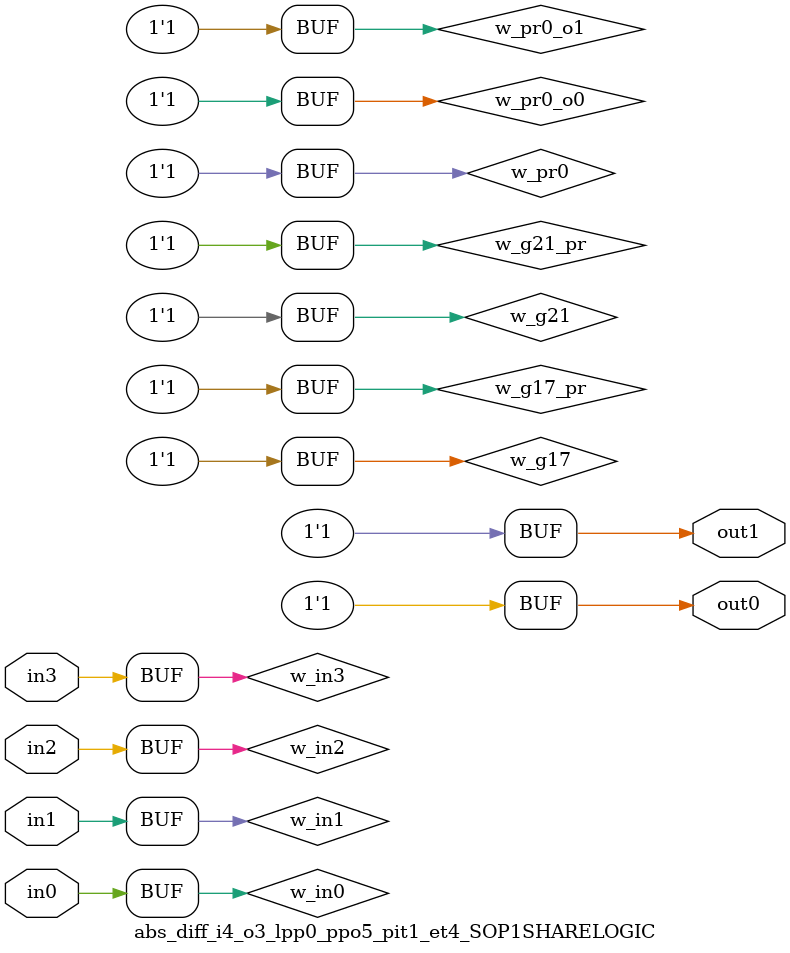
<source format=v>
module abs_diff_i4_o3_lpp0_ppo5_pit1_et4_SOP1SHARELOGIC (in0, in1, in2, in3, out0, out1);
// declaring inputs
input in0,  in1,  in2,  in3;
// declaring outputs
output out0,  out1;
// JSON model input
wire w_in3, w_in2, w_in1, w_in0;
// JSON model output
wire w_g17, w_g21;
//json model
wire w_g17_pr, w_g21_pr, w_pr0_o0, w_pr0_o1, w_pr0;
// JSON model input assign
assign w_in3 = in3;
assign w_in2 = in2;
assign w_in1 = in1;
assign w_in0 = in0;

//json model assigns (approximated Shared/XPAT part)
//assign literals to products
assign w_pr0 = 1;
//if a product has literals and if the product is being "activated" for that output
assign w_pr0_o0 = w_pr0 & 1;
assign w_pr0_o1 = w_pr0 & 1;
//compose an output with corresponding products (OR)
assign w_g17 = w_pr0_o0;
assign w_g21 = w_pr0_o1;
//if an output has products and if it is part of the JSON model
assign w_g17_pr = w_g17 & 1;
assign w_g21_pr = w_g21 & 1;
// output assigns
assign out0 = w_g17_pr;
assign out1 = w_g21_pr;
endmodule
</source>
